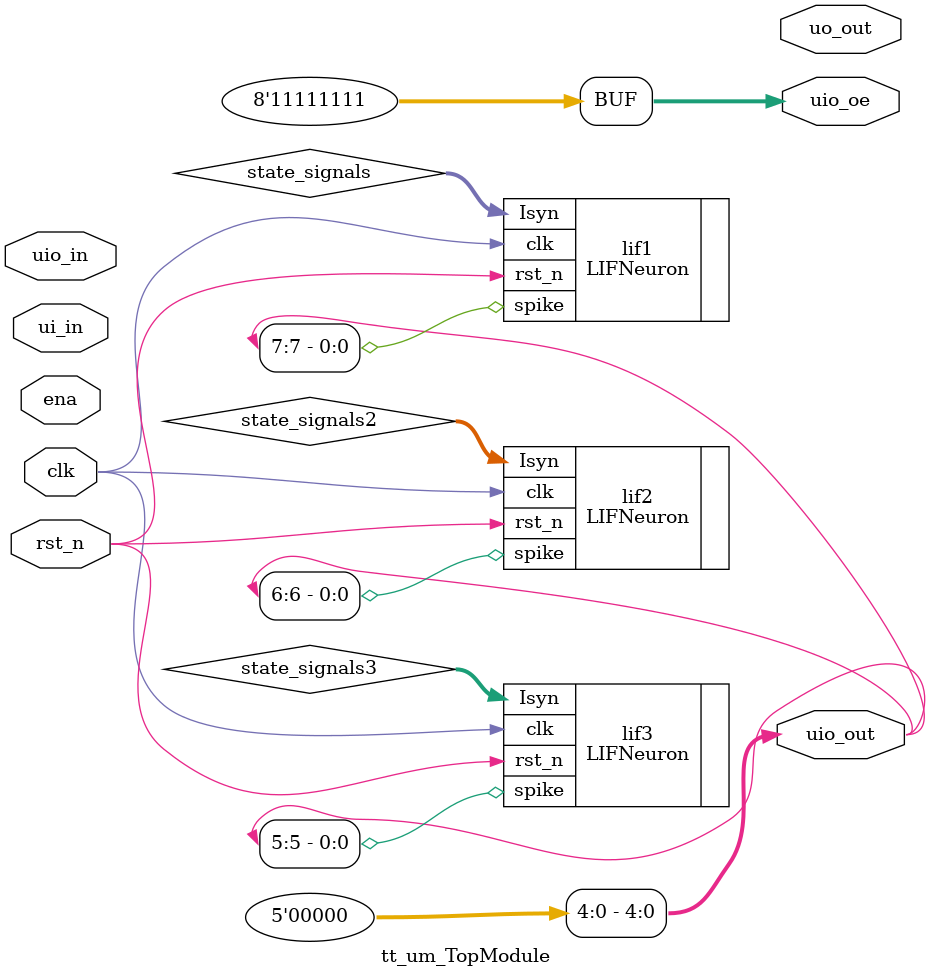
<source format=v>
`default_nettype none

module tt_um_TopModule (
    input  wire [7:0] ui_in,    // Dedicated inputs - connected to the input switches
    output wire [7:0] uo_out,   // Dedicated outputs - connected to the 7-segment display
    input  wire [7:0] uio_in,   // IOs: Bidirectional Input path
    output wire [7:0] uio_out,  // IOs: Bidirectional Output path
    output wire [7:0] uio_oe,   // IOs: Bidirectional Enable path (active high: 0=input, 1=output)
    input  wire       ena,      // Input enable signal, active high
    input  wire       clk,      // Input clock signal
    input  wire       rst_n     // Input reset signal (active low)
);

    assign uio_oe = 8'b11111111;      // Set all bits of the bidirectional enable path to 1, indicating they are in output mode
    assign uio_out[4:0] = 5'd0;       // Initialize the 7-segment display output to all zeros

    wire [7:0] state_signals;
    wire [7:0] state_signals2;
    wire [7:0] state_signals3;

   //assign uio_in[7:0] = state_signals[7:0];  

    // Instantiate the segment display module
    LIFNeuron lif1(.clk(clk), .rst_n(rst_n), .Isyn(state_signals), .spike(uio_out[7]));
    LIFNeuron lif2(.clk(clk), .rst_n(rst_n), .Isyn(state_signals2), .spike(uio_out[6]));
    LIFNeuron lif3(.clk(clk), .rst_n(rst_n), .Isyn(state_signals3), .spike(uio_out[5]));

endmodule
</source>
